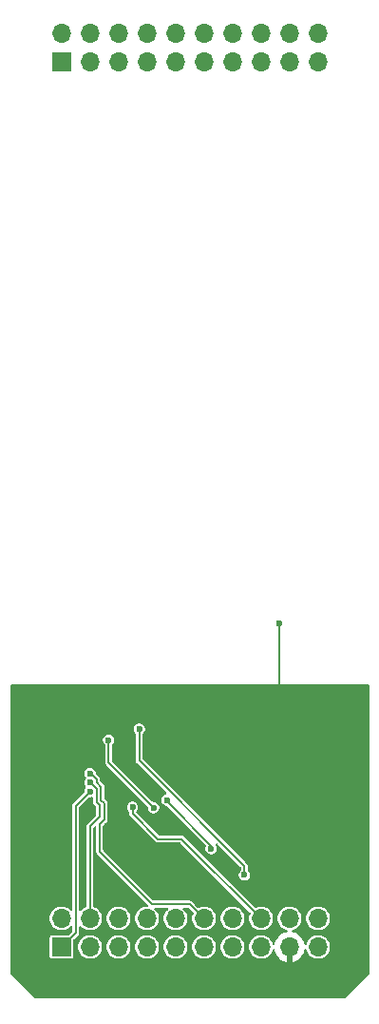
<source format=gbr>
G04 #@! TF.GenerationSoftware,KiCad,Pcbnew,9.99.0-unknown-d5f02ba7bc~182~ubuntu22.04.1*
G04 #@! TF.CreationDate,2025-03-17T15:10:36+01:00*
G04 #@! TF.ProjectId,rfid-reader,72666964-2d72-4656-9164-65722e6b6963,rev?*
G04 #@! TF.SameCoordinates,Original*
G04 #@! TF.FileFunction,Copper,L2,Bot*
G04 #@! TF.FilePolarity,Positive*
%FSLAX46Y46*%
G04 Gerber Fmt 4.6, Leading zero omitted, Abs format (unit mm)*
G04 Created by KiCad (PCBNEW 9.99.0-unknown-d5f02ba7bc~182~ubuntu22.04.1) date 2025-03-17 15:10:36*
%MOMM*%
%LPD*%
G01*
G04 APERTURE LIST*
G04 #@! TA.AperFunction,ComponentPad*
%ADD10R,1.700000X1.700000*%
G04 #@! TD*
G04 #@! TA.AperFunction,ComponentPad*
%ADD11O,1.700000X1.700000*%
G04 #@! TD*
G04 #@! TA.AperFunction,ViaPad*
%ADD12C,0.600000*%
G04 #@! TD*
G04 #@! TA.AperFunction,Conductor*
%ADD13C,0.200000*%
G04 #@! TD*
G04 APERTURE END LIST*
D10*
X81280000Y-147320000D03*
D11*
X81280000Y-144780000D03*
X83820000Y-147320000D03*
X83820000Y-144780000D03*
X86360000Y-147320000D03*
X86360000Y-144780000D03*
X88900000Y-147320000D03*
X88900000Y-144780000D03*
X91440000Y-147320000D03*
X91440000Y-144780000D03*
X93980000Y-147320000D03*
X93980000Y-144780000D03*
X96520000Y-147320000D03*
X96520000Y-144780000D03*
X99060000Y-147320000D03*
X99060000Y-144780000D03*
X101600000Y-147320000D03*
X101600000Y-144780000D03*
X104140000Y-147320000D03*
X104140000Y-144780000D03*
D10*
X81280000Y-68580000D03*
D11*
X81280000Y-66040000D03*
X83820000Y-68580000D03*
X83820000Y-66040000D03*
X86360000Y-68580000D03*
X86360000Y-66040000D03*
X88900000Y-68580000D03*
X88900000Y-66040000D03*
X91440000Y-68580000D03*
X91440000Y-66040000D03*
X93980000Y-68580000D03*
X93980000Y-66040000D03*
X96520000Y-68580000D03*
X96520000Y-66040000D03*
X99060000Y-68580000D03*
X99060000Y-66040000D03*
X101600000Y-68580000D03*
X101600000Y-66040000D03*
X104140000Y-68580000D03*
X104140000Y-66040000D03*
D12*
X90680747Y-134245595D03*
X94615000Y-138557000D03*
X97790000Y-151384000D03*
X108204000Y-130556000D03*
X104140000Y-124460000D03*
X101680000Y-140920000D03*
X77216000Y-146812000D03*
X87630000Y-151384000D03*
X85598000Y-151384000D03*
X95310000Y-131672735D03*
X84010000Y-128920000D03*
X93880000Y-130520000D03*
X85460000Y-133930000D03*
X99822000Y-151384000D03*
X89662000Y-151384000D03*
X108204000Y-142748000D03*
X100711000Y-118520000D03*
X85380000Y-136520000D03*
X108204000Y-124460000D03*
X106172000Y-124460000D03*
X81280000Y-124460000D03*
X108204000Y-134620000D03*
X98880000Y-140920000D03*
X77216000Y-140716000D03*
X86380000Y-132720000D03*
X83312000Y-124460000D03*
X83566000Y-151384000D03*
X77216000Y-134620000D03*
X90680000Y-140920000D03*
X77216000Y-128524000D03*
X81534000Y-151384000D03*
X108204000Y-144780000D03*
X84580000Y-140620000D03*
X77216000Y-142748000D03*
X86380000Y-130120000D03*
X85344000Y-124460000D03*
X77216000Y-124460000D03*
X91694000Y-151384000D03*
X89408000Y-124460000D03*
X108204000Y-136652000D03*
X88980000Y-132720000D03*
X93880000Y-140920000D03*
X96480000Y-140920000D03*
X77216000Y-144780000D03*
X108204000Y-128524000D03*
X87376000Y-124460000D03*
X79502000Y-151384000D03*
X87480000Y-130120000D03*
X95758000Y-151384000D03*
X84080000Y-135320000D03*
X77216000Y-126492000D03*
X93472000Y-124460000D03*
X77216000Y-138684000D03*
X108204000Y-148844000D03*
X108204000Y-140716000D03*
X101854000Y-151384000D03*
X95504000Y-124460000D03*
X105918000Y-151384000D03*
X77216000Y-132588000D03*
X86359000Y-126804000D03*
X89580000Y-136520000D03*
X91440000Y-124460000D03*
X108204000Y-132588000D03*
X108204000Y-146812000D03*
X108204000Y-138684000D03*
X79248000Y-124460000D03*
X89030000Y-130070000D03*
X108204000Y-126492000D03*
X77216000Y-130556000D03*
X77216000Y-136652000D03*
X93726000Y-151384000D03*
X77216000Y-148844000D03*
X89480000Y-134920000D03*
X85471000Y-128905000D03*
X87610000Y-134880000D03*
X83810000Y-131880000D03*
X97580000Y-140920000D03*
X88210000Y-127930000D03*
X83810000Y-133480006D03*
X83810000Y-132680003D03*
D13*
X90680747Y-134370804D02*
X94615000Y-138305057D01*
X94615000Y-138305057D02*
X94615000Y-138557000D01*
X90680747Y-134245595D02*
X90680747Y-134370804D01*
X100710000Y-118520000D02*
X100710000Y-124289000D01*
X85480000Y-128914000D02*
X85471000Y-128905000D01*
X85480000Y-130920000D02*
X85480000Y-128914000D01*
X89480000Y-134920000D02*
X85480000Y-130920000D01*
X89880000Y-137720000D02*
X87610000Y-135450000D01*
X87610000Y-135450000D02*
X87610000Y-134880000D01*
X92000000Y-137720000D02*
X89880000Y-137720000D01*
X99060000Y-144780000D02*
X92000000Y-137720000D01*
X85081000Y-135886100D02*
X85080000Y-135887100D01*
X84411000Y-132431060D02*
X84411000Y-132663963D01*
X84811000Y-133063963D02*
X84811000Y-134251000D01*
X92700000Y-143500000D02*
X93980000Y-144780000D01*
X85081000Y-134521000D02*
X85081000Y-135886100D01*
X84058943Y-132079003D02*
X84411000Y-132431060D01*
X84811000Y-134251000D02*
X85081000Y-134521000D01*
X84680000Y-136370057D02*
X84680000Y-138820000D01*
X85080000Y-135887100D02*
X85080000Y-135970057D01*
X85080000Y-135970057D02*
X84680000Y-136370057D01*
X89360000Y-143500000D02*
X92700000Y-143500000D01*
X83810000Y-131880000D02*
X83810000Y-132079003D01*
X84680000Y-138820000D02*
X89360000Y-143500000D01*
X83810000Y-132079003D02*
X84058943Y-132079003D01*
X84411000Y-132663963D02*
X84811000Y-133063963D01*
X97580000Y-140920000D02*
X97580000Y-140120000D01*
X88210000Y-130750000D02*
X88210000Y-127930000D01*
X97580000Y-140120000D02*
X88210000Y-130750000D01*
X83810000Y-133480006D02*
X82550000Y-134740006D01*
X82550000Y-146050000D02*
X81280000Y-147320000D01*
X82550000Y-134740006D02*
X82550000Y-146050000D01*
X84680000Y-135720000D02*
X84680000Y-134687100D01*
X83820000Y-136580000D02*
X84680000Y-135720000D01*
X84410000Y-134417100D02*
X84410000Y-133230063D01*
X83820000Y-144780000D02*
X83820000Y-136580000D01*
X83859940Y-132680003D02*
X83810000Y-132680003D01*
X84410000Y-133230063D02*
X83859940Y-132680003D01*
X84680000Y-134687100D02*
X84410000Y-134417100D01*
G04 #@! TA.AperFunction,Conductor*
G36*
X84045978Y-133954506D02*
G01*
X84093528Y-133993011D01*
X84109500Y-134046930D01*
X84109500Y-134456664D01*
X84129977Y-134533085D01*
X84129979Y-134533090D01*
X84152839Y-134572685D01*
X84152840Y-134572686D01*
X84169540Y-134601611D01*
X84350505Y-134782576D01*
X84378281Y-134837091D01*
X84379500Y-134852578D01*
X84379500Y-135554521D01*
X84360593Y-135612712D01*
X84350504Y-135624525D01*
X83635489Y-136339540D01*
X83635488Y-136339539D01*
X83579539Y-136395489D01*
X83539980Y-136464007D01*
X83539978Y-136464011D01*
X83519500Y-136540435D01*
X83519500Y-143701267D01*
X83500593Y-143759458D01*
X83458387Y-143792731D01*
X83322401Y-143849059D01*
X83150348Y-143964020D01*
X83150345Y-143964022D01*
X83150345Y-143964023D01*
X83019501Y-144094866D01*
X82964987Y-144122642D01*
X82904555Y-144113071D01*
X82861290Y-144069806D01*
X82850500Y-144024861D01*
X82850500Y-134905484D01*
X82869407Y-134847293D01*
X82879490Y-134835486D01*
X83705474Y-134009501D01*
X83759991Y-133981725D01*
X83775478Y-133980506D01*
X83875890Y-133980506D01*
X83875892Y-133980506D01*
X83984879Y-133951303D01*
X84045978Y-133954506D01*
G37*
G04 #@! TD.AperFunction*
G04 #@! TA.AperFunction,Conductor*
G36*
X108678691Y-123970907D02*
G01*
X108714655Y-124020407D01*
X108719500Y-124051000D01*
X108719500Y-149611678D01*
X108700593Y-149669869D01*
X108690504Y-149681682D01*
X106501682Y-151870504D01*
X106447165Y-151898281D01*
X106431678Y-151899500D01*
X78988322Y-151899500D01*
X78930131Y-151880593D01*
X78918318Y-151870504D01*
X76729496Y-149681682D01*
X76701719Y-149627165D01*
X76700500Y-149611678D01*
X76700500Y-144676532D01*
X80229500Y-144676532D01*
X80229500Y-144883467D01*
X80269869Y-145086418D01*
X80349058Y-145277597D01*
X80464020Y-145449651D01*
X80464023Y-145449655D01*
X80610345Y-145595977D01*
X80782402Y-145710941D01*
X80973580Y-145790130D01*
X81176535Y-145830500D01*
X81176536Y-145830500D01*
X81383464Y-145830500D01*
X81383465Y-145830500D01*
X81586420Y-145790130D01*
X81777598Y-145710941D01*
X81949655Y-145595977D01*
X82080498Y-145465133D01*
X82135013Y-145437358D01*
X82195445Y-145446929D01*
X82238710Y-145490194D01*
X82249500Y-145535139D01*
X82249500Y-145884521D01*
X82230593Y-145942712D01*
X82220504Y-145954525D01*
X81934525Y-146240504D01*
X81880008Y-146268281D01*
X81864521Y-146269500D01*
X80410252Y-146269500D01*
X80410251Y-146269500D01*
X80410241Y-146269501D01*
X80351772Y-146281132D01*
X80351766Y-146281134D01*
X80285451Y-146325445D01*
X80285445Y-146325451D01*
X80241134Y-146391766D01*
X80241132Y-146391772D01*
X80229501Y-146450241D01*
X80229500Y-146450253D01*
X80229500Y-148189746D01*
X80229501Y-148189758D01*
X80241132Y-148248227D01*
X80241134Y-148248233D01*
X80285445Y-148314548D01*
X80285448Y-148314552D01*
X80351769Y-148358867D01*
X80396231Y-148367711D01*
X80410241Y-148370498D01*
X80410246Y-148370498D01*
X80410252Y-148370500D01*
X80410253Y-148370500D01*
X82149747Y-148370500D01*
X82149748Y-148370500D01*
X82208231Y-148358867D01*
X82274552Y-148314552D01*
X82318867Y-148248231D01*
X82330500Y-148189748D01*
X82330500Y-147216532D01*
X82769500Y-147216532D01*
X82769500Y-147423467D01*
X82809869Y-147626418D01*
X82889058Y-147817597D01*
X83004020Y-147989651D01*
X83004023Y-147989655D01*
X83150345Y-148135977D01*
X83322402Y-148250941D01*
X83513580Y-148330130D01*
X83716535Y-148370500D01*
X83716536Y-148370500D01*
X83923464Y-148370500D01*
X83923465Y-148370500D01*
X84126420Y-148330130D01*
X84317598Y-148250941D01*
X84489655Y-148135977D01*
X84635977Y-147989655D01*
X84750941Y-147817598D01*
X84830130Y-147626420D01*
X84870500Y-147423465D01*
X84870500Y-147216535D01*
X84870499Y-147216532D01*
X85309500Y-147216532D01*
X85309500Y-147423467D01*
X85349869Y-147626418D01*
X85429058Y-147817597D01*
X85544020Y-147989651D01*
X85544023Y-147989655D01*
X85690345Y-148135977D01*
X85862402Y-148250941D01*
X86053580Y-148330130D01*
X86256535Y-148370500D01*
X86256536Y-148370500D01*
X86463464Y-148370500D01*
X86463465Y-148370500D01*
X86666420Y-148330130D01*
X86857598Y-148250941D01*
X87029655Y-148135977D01*
X87175977Y-147989655D01*
X87290941Y-147817598D01*
X87370130Y-147626420D01*
X87410500Y-147423465D01*
X87410500Y-147216535D01*
X87410499Y-147216532D01*
X87849500Y-147216532D01*
X87849500Y-147423467D01*
X87889869Y-147626418D01*
X87969058Y-147817597D01*
X88084020Y-147989651D01*
X88084023Y-147989655D01*
X88230345Y-148135977D01*
X88402402Y-148250941D01*
X88593580Y-148330130D01*
X88796535Y-148370500D01*
X88796536Y-148370500D01*
X89003464Y-148370500D01*
X89003465Y-148370500D01*
X89206420Y-148330130D01*
X89397598Y-148250941D01*
X89569655Y-148135977D01*
X89715977Y-147989655D01*
X89830941Y-147817598D01*
X89910130Y-147626420D01*
X89950500Y-147423465D01*
X89950500Y-147216535D01*
X89950499Y-147216532D01*
X90389500Y-147216532D01*
X90389500Y-147423467D01*
X90429869Y-147626418D01*
X90509058Y-147817597D01*
X90624020Y-147989651D01*
X90624023Y-147989655D01*
X90770345Y-148135977D01*
X90942402Y-148250941D01*
X91133580Y-148330130D01*
X91336535Y-148370500D01*
X91336536Y-148370500D01*
X91543464Y-148370500D01*
X91543465Y-148370500D01*
X91746420Y-148330130D01*
X91937598Y-148250941D01*
X92109655Y-148135977D01*
X92255977Y-147989655D01*
X92370941Y-147817598D01*
X92450130Y-147626420D01*
X92490500Y-147423465D01*
X92490500Y-147216535D01*
X92490499Y-147216532D01*
X92929500Y-147216532D01*
X92929500Y-147423467D01*
X92969869Y-147626418D01*
X93049058Y-147817597D01*
X93164020Y-147989651D01*
X93164023Y-147989655D01*
X93310345Y-148135977D01*
X93482402Y-148250941D01*
X93673580Y-148330130D01*
X93876535Y-148370500D01*
X93876536Y-148370500D01*
X94083464Y-148370500D01*
X94083465Y-148370500D01*
X94286420Y-148330130D01*
X94477598Y-148250941D01*
X94649655Y-148135977D01*
X94795977Y-147989655D01*
X94910941Y-147817598D01*
X94990130Y-147626420D01*
X95030500Y-147423465D01*
X95030500Y-147216535D01*
X95030499Y-147216532D01*
X95469500Y-147216532D01*
X95469500Y-147423467D01*
X95509869Y-147626418D01*
X95589058Y-147817597D01*
X95704020Y-147989651D01*
X95704023Y-147989655D01*
X95850345Y-148135977D01*
X96022402Y-148250941D01*
X96213580Y-148330130D01*
X96416535Y-148370500D01*
X96416536Y-148370500D01*
X96623464Y-148370500D01*
X96623465Y-148370500D01*
X96826420Y-148330130D01*
X97017598Y-148250941D01*
X97189655Y-148135977D01*
X97335977Y-147989655D01*
X97450941Y-147817598D01*
X97530130Y-147626420D01*
X97570500Y-147423465D01*
X97570500Y-147216535D01*
X97570499Y-147216532D01*
X98009500Y-147216532D01*
X98009500Y-147423467D01*
X98049869Y-147626418D01*
X98129058Y-147817597D01*
X98244020Y-147989651D01*
X98244023Y-147989655D01*
X98390345Y-148135977D01*
X98562402Y-148250941D01*
X98753580Y-148330130D01*
X98956535Y-148370500D01*
X98956536Y-148370500D01*
X99163464Y-148370500D01*
X99163465Y-148370500D01*
X99366420Y-148330130D01*
X99557598Y-148250941D01*
X99729655Y-148135977D01*
X99875977Y-147989655D01*
X99990941Y-147817598D01*
X100070130Y-147626420D01*
X100079762Y-147577996D01*
X100109656Y-147524613D01*
X100165221Y-147498996D01*
X100225231Y-147510932D01*
X100266764Y-147555861D01*
X100274640Y-147581822D01*
X100283241Y-147636122D01*
X100348904Y-147838215D01*
X100445375Y-148027552D01*
X100570277Y-148199464D01*
X100720535Y-148349722D01*
X100892447Y-148474624D01*
X101081784Y-148571095D01*
X101283877Y-148636758D01*
X101349999Y-148647231D01*
X101350000Y-148647230D01*
X101350000Y-147753012D01*
X101407007Y-147785925D01*
X101534174Y-147820000D01*
X101665826Y-147820000D01*
X101792993Y-147785925D01*
X101850000Y-147753012D01*
X101850000Y-148647231D01*
X101916122Y-148636758D01*
X102118215Y-148571095D01*
X102307552Y-148474624D01*
X102479464Y-148349722D01*
X102629722Y-148199464D01*
X102754624Y-148027552D01*
X102851095Y-147838215D01*
X102916759Y-147636121D01*
X102925359Y-147581823D01*
X102953136Y-147527307D01*
X103007653Y-147499529D01*
X103068085Y-147509100D01*
X103111349Y-147552365D01*
X103120238Y-147577996D01*
X103129869Y-147626418D01*
X103209058Y-147817597D01*
X103324020Y-147989651D01*
X103324023Y-147989655D01*
X103470345Y-148135977D01*
X103642402Y-148250941D01*
X103833580Y-148330130D01*
X104036535Y-148370500D01*
X104036536Y-148370500D01*
X104243464Y-148370500D01*
X104243465Y-148370500D01*
X104446420Y-148330130D01*
X104637598Y-148250941D01*
X104809655Y-148135977D01*
X104955977Y-147989655D01*
X105070941Y-147817598D01*
X105150130Y-147626420D01*
X105190500Y-147423465D01*
X105190500Y-147216535D01*
X105150130Y-147013580D01*
X105070941Y-146822402D01*
X104955977Y-146650345D01*
X104809655Y-146504023D01*
X104729182Y-146450253D01*
X104637597Y-146389058D01*
X104446418Y-146309869D01*
X104243467Y-146269500D01*
X104243465Y-146269500D01*
X104036535Y-146269500D01*
X104036532Y-146269500D01*
X103833581Y-146309869D01*
X103642402Y-146389058D01*
X103470348Y-146504020D01*
X103324020Y-146650348D01*
X103209058Y-146822402D01*
X103129869Y-147013581D01*
X103120238Y-147062003D01*
X103090341Y-147115387D01*
X103034776Y-147141003D01*
X102974766Y-147129066D01*
X102933234Y-147084136D01*
X102925359Y-147058176D01*
X102916759Y-147003878D01*
X102851095Y-146801784D01*
X102754624Y-146612447D01*
X102629722Y-146440535D01*
X102479464Y-146290277D01*
X102307552Y-146165375D01*
X102118215Y-146068904D01*
X101916122Y-146003241D01*
X101861822Y-145994640D01*
X101807306Y-145966862D01*
X101779529Y-145912345D01*
X101789101Y-145851913D01*
X101832366Y-145808649D01*
X101857993Y-145799762D01*
X101906420Y-145790130D01*
X102097598Y-145710941D01*
X102269655Y-145595977D01*
X102415977Y-145449655D01*
X102530941Y-145277598D01*
X102610130Y-145086420D01*
X102650500Y-144883465D01*
X102650500Y-144676535D01*
X102650499Y-144676532D01*
X103089500Y-144676532D01*
X103089500Y-144883467D01*
X103129869Y-145086418D01*
X103209058Y-145277597D01*
X103324020Y-145449651D01*
X103324023Y-145449655D01*
X103470345Y-145595977D01*
X103642402Y-145710941D01*
X103833580Y-145790130D01*
X104036535Y-145830500D01*
X104036536Y-145830500D01*
X104243464Y-145830500D01*
X104243465Y-145830500D01*
X104446420Y-145790130D01*
X104637598Y-145710941D01*
X104809655Y-145595977D01*
X104955977Y-145449655D01*
X105070941Y-145277598D01*
X105150130Y-145086420D01*
X105190500Y-144883465D01*
X105190500Y-144676535D01*
X105150130Y-144473580D01*
X105070941Y-144282402D01*
X104955977Y-144110345D01*
X104809655Y-143964023D01*
X104667303Y-143868907D01*
X104637597Y-143849058D01*
X104446418Y-143769869D01*
X104243467Y-143729500D01*
X104243465Y-143729500D01*
X104036535Y-143729500D01*
X104036532Y-143729500D01*
X103833581Y-143769869D01*
X103642402Y-143849058D01*
X103470348Y-143964020D01*
X103324020Y-144110348D01*
X103209058Y-144282402D01*
X103129869Y-144473581D01*
X103089500Y-144676532D01*
X102650499Y-144676532D01*
X102610130Y-144473580D01*
X102530941Y-144282402D01*
X102415977Y-144110345D01*
X102269655Y-143964023D01*
X102127303Y-143868907D01*
X102097597Y-143849058D01*
X101906418Y-143769869D01*
X101703467Y-143729500D01*
X101703465Y-143729500D01*
X101496535Y-143729500D01*
X101496532Y-143729500D01*
X101293581Y-143769869D01*
X101102402Y-143849058D01*
X100930348Y-143964020D01*
X100784020Y-144110348D01*
X100669058Y-144282402D01*
X100589869Y-144473581D01*
X100549500Y-144676532D01*
X100549500Y-144883467D01*
X100589869Y-145086418D01*
X100669058Y-145277597D01*
X100784020Y-145449651D01*
X100784023Y-145449655D01*
X100930345Y-145595977D01*
X101102402Y-145710941D01*
X101293580Y-145790130D01*
X101342003Y-145799762D01*
X101395386Y-145829657D01*
X101421003Y-145885221D01*
X101409067Y-145945231D01*
X101364138Y-145986765D01*
X101338177Y-145994640D01*
X101283877Y-146003241D01*
X101081784Y-146068904D01*
X100892447Y-146165375D01*
X100720535Y-146290277D01*
X100570277Y-146440535D01*
X100445375Y-146612447D01*
X100348904Y-146801784D01*
X100283241Y-147003877D01*
X100274640Y-147058177D01*
X100246862Y-147112694D01*
X100192345Y-147140470D01*
X100131913Y-147130898D01*
X100088649Y-147087633D01*
X100079762Y-147062006D01*
X100070130Y-147013580D01*
X99990941Y-146822402D01*
X99875977Y-146650345D01*
X99729655Y-146504023D01*
X99649182Y-146450253D01*
X99557597Y-146389058D01*
X99366418Y-146309869D01*
X99163467Y-146269500D01*
X99163465Y-146269500D01*
X98956535Y-146269500D01*
X98956532Y-146269500D01*
X98753581Y-146309869D01*
X98562402Y-146389058D01*
X98390348Y-146504020D01*
X98244020Y-146650348D01*
X98129058Y-146822402D01*
X98049869Y-147013581D01*
X98009500Y-147216532D01*
X97570499Y-147216532D01*
X97530130Y-147013580D01*
X97450941Y-146822402D01*
X97335977Y-146650345D01*
X97189655Y-146504023D01*
X97109182Y-146450253D01*
X97017597Y-146389058D01*
X96826418Y-146309869D01*
X96623467Y-146269500D01*
X96623465Y-146269500D01*
X96416535Y-146269500D01*
X96416532Y-146269500D01*
X96213581Y-146309869D01*
X96022402Y-146389058D01*
X95850348Y-146504020D01*
X95704020Y-146650348D01*
X95589058Y-146822402D01*
X95509869Y-147013581D01*
X95469500Y-147216532D01*
X95030499Y-147216532D01*
X94990130Y-147013580D01*
X94910941Y-146822402D01*
X94795977Y-146650345D01*
X94649655Y-146504023D01*
X94569182Y-146450253D01*
X94477597Y-146389058D01*
X94286418Y-146309869D01*
X94083467Y-146269500D01*
X94083465Y-146269500D01*
X93876535Y-146269500D01*
X93876532Y-146269500D01*
X93673581Y-146309869D01*
X93482402Y-146389058D01*
X93310348Y-146504020D01*
X93164020Y-146650348D01*
X93049058Y-146822402D01*
X92969869Y-147013581D01*
X92929500Y-147216532D01*
X92490499Y-147216532D01*
X92450130Y-147013580D01*
X92370941Y-146822402D01*
X92255977Y-146650345D01*
X92109655Y-146504023D01*
X92029182Y-146450253D01*
X91937597Y-146389058D01*
X91746418Y-146309869D01*
X91543467Y-146269500D01*
X91543465Y-146269500D01*
X91336535Y-146269500D01*
X91336532Y-146269500D01*
X91133581Y-146309869D01*
X90942402Y-146389058D01*
X90770348Y-146504020D01*
X90624020Y-146650348D01*
X90509058Y-146822402D01*
X90429869Y-147013581D01*
X90389500Y-147216532D01*
X89950499Y-147216532D01*
X89910130Y-147013580D01*
X89830941Y-146822402D01*
X89715977Y-146650345D01*
X89569655Y-146504023D01*
X89489182Y-146450253D01*
X89397597Y-146389058D01*
X89206418Y-146309869D01*
X89003467Y-146269500D01*
X89003465Y-146269500D01*
X88796535Y-146269500D01*
X88796532Y-146269500D01*
X88593581Y-146309869D01*
X88402402Y-146389058D01*
X88230348Y-146504020D01*
X88084020Y-146650348D01*
X87969058Y-146822402D01*
X87889869Y-147013581D01*
X87849500Y-147216532D01*
X87410499Y-147216532D01*
X87370130Y-147013580D01*
X87290941Y-146822402D01*
X87175977Y-146650345D01*
X87029655Y-146504023D01*
X86949182Y-146450253D01*
X86857597Y-146389058D01*
X86666418Y-146309869D01*
X86463467Y-146269500D01*
X86463465Y-146269500D01*
X86256535Y-146269500D01*
X86256532Y-146269500D01*
X86053581Y-146309869D01*
X85862402Y-146389058D01*
X85690348Y-146504020D01*
X85544020Y-146650348D01*
X85429058Y-146822402D01*
X85349869Y-147013581D01*
X85309500Y-147216532D01*
X84870499Y-147216532D01*
X84830130Y-147013580D01*
X84750941Y-146822402D01*
X84635977Y-146650345D01*
X84489655Y-146504023D01*
X84409182Y-146450253D01*
X84317597Y-146389058D01*
X84126418Y-146309869D01*
X83923467Y-146269500D01*
X83923465Y-146269500D01*
X83716535Y-146269500D01*
X83716532Y-146269500D01*
X83513581Y-146309869D01*
X83322402Y-146389058D01*
X83150348Y-146504020D01*
X83004020Y-146650348D01*
X82889058Y-146822402D01*
X82809869Y-147013581D01*
X82769500Y-147216532D01*
X82330500Y-147216532D01*
X82330500Y-146735478D01*
X82349407Y-146677287D01*
X82359490Y-146665480D01*
X82790460Y-146234511D01*
X82830021Y-146165989D01*
X82850500Y-146089562D01*
X82850500Y-145535139D01*
X82869407Y-145476948D01*
X82918907Y-145440984D01*
X82980093Y-145440984D01*
X83019501Y-145465133D01*
X83150345Y-145595977D01*
X83322402Y-145710941D01*
X83513580Y-145790130D01*
X83716535Y-145830500D01*
X83716536Y-145830500D01*
X83923464Y-145830500D01*
X83923465Y-145830500D01*
X84126420Y-145790130D01*
X84317598Y-145710941D01*
X84489655Y-145595977D01*
X84635977Y-145449655D01*
X84750941Y-145277598D01*
X84830130Y-145086420D01*
X84870500Y-144883465D01*
X84870500Y-144676535D01*
X84870499Y-144676532D01*
X85309500Y-144676532D01*
X85309500Y-144883467D01*
X85349869Y-145086418D01*
X85429058Y-145277597D01*
X85544020Y-145449651D01*
X85544023Y-145449655D01*
X85690345Y-145595977D01*
X85862402Y-145710941D01*
X86053580Y-145790130D01*
X86256535Y-145830500D01*
X86256536Y-145830500D01*
X86463464Y-145830500D01*
X86463465Y-145830500D01*
X86666420Y-145790130D01*
X86857598Y-145710941D01*
X87029655Y-145595977D01*
X87175977Y-145449655D01*
X87290941Y-145277598D01*
X87370130Y-145086420D01*
X87410500Y-144883465D01*
X87410500Y-144676535D01*
X87370130Y-144473580D01*
X87290941Y-144282402D01*
X87175977Y-144110345D01*
X87029655Y-143964023D01*
X86887303Y-143868907D01*
X86857597Y-143849058D01*
X86666418Y-143769869D01*
X86463467Y-143729500D01*
X86463465Y-143729500D01*
X86256535Y-143729500D01*
X86256532Y-143729500D01*
X86053581Y-143769869D01*
X85862402Y-143849058D01*
X85690348Y-143964020D01*
X85544020Y-144110348D01*
X85429058Y-144282402D01*
X85349869Y-144473581D01*
X85309500Y-144676532D01*
X84870499Y-144676532D01*
X84830130Y-144473580D01*
X84750941Y-144282402D01*
X84635977Y-144110345D01*
X84489655Y-143964023D01*
X84317598Y-143849059D01*
X84273993Y-143830997D01*
X84181613Y-143792731D01*
X84135088Y-143752994D01*
X84120500Y-143701267D01*
X84120500Y-136745479D01*
X84122968Y-136737881D01*
X84121719Y-136729992D01*
X84132243Y-136709336D01*
X84139407Y-136687288D01*
X84149496Y-136675475D01*
X84210496Y-136614475D01*
X84265013Y-136586698D01*
X84325445Y-136596269D01*
X84368710Y-136639534D01*
X84379500Y-136684479D01*
X84379500Y-138859564D01*
X84399978Y-138935988D01*
X84399980Y-138935992D01*
X84439538Y-139004508D01*
X84439540Y-139004511D01*
X86755529Y-141320500D01*
X88995525Y-143560496D01*
X89023302Y-143615013D01*
X89013731Y-143675445D01*
X88970466Y-143718710D01*
X88925521Y-143729500D01*
X88796532Y-143729500D01*
X88593581Y-143769869D01*
X88402402Y-143849058D01*
X88230348Y-143964020D01*
X88084020Y-144110348D01*
X87969058Y-144282402D01*
X87889869Y-144473581D01*
X87849500Y-144676532D01*
X87849500Y-144883467D01*
X87889869Y-145086418D01*
X87969058Y-145277597D01*
X88084020Y-145449651D01*
X88084023Y-145449655D01*
X88230345Y-145595977D01*
X88402402Y-145710941D01*
X88593580Y-145790130D01*
X88796535Y-145830500D01*
X88796536Y-145830500D01*
X89003464Y-145830500D01*
X89003465Y-145830500D01*
X89206420Y-145790130D01*
X89397598Y-145710941D01*
X89569655Y-145595977D01*
X89715977Y-145449655D01*
X89830941Y-145277598D01*
X89910130Y-145086420D01*
X89950500Y-144883465D01*
X89950500Y-144676535D01*
X89910130Y-144473580D01*
X89830941Y-144282402D01*
X89715977Y-144110345D01*
X89575133Y-143969501D01*
X89547358Y-143914987D01*
X89556929Y-143854555D01*
X89600194Y-143811290D01*
X89645139Y-143800500D01*
X90694861Y-143800500D01*
X90753052Y-143819407D01*
X90789016Y-143868907D01*
X90789016Y-143930093D01*
X90764866Y-143969501D01*
X90664562Y-144069806D01*
X90624020Y-144110348D01*
X90509058Y-144282402D01*
X90429869Y-144473581D01*
X90389500Y-144676532D01*
X90389500Y-144883467D01*
X90429869Y-145086418D01*
X90509058Y-145277597D01*
X90624020Y-145449651D01*
X90624023Y-145449655D01*
X90770345Y-145595977D01*
X90942402Y-145710941D01*
X91133580Y-145790130D01*
X91336535Y-145830500D01*
X91336536Y-145830500D01*
X91543464Y-145830500D01*
X91543465Y-145830500D01*
X91746420Y-145790130D01*
X91937598Y-145710941D01*
X92109655Y-145595977D01*
X92255977Y-145449655D01*
X92370941Y-145277598D01*
X92450130Y-145086420D01*
X92490500Y-144883465D01*
X92490500Y-144676535D01*
X92450130Y-144473580D01*
X92370941Y-144282402D01*
X92255977Y-144110345D01*
X92115133Y-143969501D01*
X92087358Y-143914987D01*
X92096929Y-143854555D01*
X92140194Y-143811290D01*
X92185139Y-143800500D01*
X92534521Y-143800500D01*
X92592712Y-143819407D01*
X92604525Y-143829496D01*
X93004736Y-144229707D01*
X93032513Y-144284224D01*
X93026196Y-144337596D01*
X92969870Y-144473578D01*
X92969870Y-144473580D01*
X92929500Y-144676532D01*
X92929500Y-144883467D01*
X92969869Y-145086418D01*
X93049058Y-145277597D01*
X93164020Y-145449651D01*
X93164023Y-145449655D01*
X93310345Y-145595977D01*
X93482402Y-145710941D01*
X93673580Y-145790130D01*
X93876535Y-145830500D01*
X93876536Y-145830500D01*
X94083464Y-145830500D01*
X94083465Y-145830500D01*
X94286420Y-145790130D01*
X94477598Y-145710941D01*
X94649655Y-145595977D01*
X94795977Y-145449655D01*
X94910941Y-145277598D01*
X94990130Y-145086420D01*
X95030500Y-144883465D01*
X95030500Y-144676535D01*
X95030499Y-144676532D01*
X95469500Y-144676532D01*
X95469500Y-144883467D01*
X95509869Y-145086418D01*
X95589058Y-145277597D01*
X95704020Y-145449651D01*
X95704023Y-145449655D01*
X95850345Y-145595977D01*
X96022402Y-145710941D01*
X96213580Y-145790130D01*
X96416535Y-145830500D01*
X96416536Y-145830500D01*
X96623464Y-145830500D01*
X96623465Y-145830500D01*
X96826420Y-145790130D01*
X97017598Y-145710941D01*
X97189655Y-145595977D01*
X97335977Y-145449655D01*
X97450941Y-145277598D01*
X97530130Y-145086420D01*
X97570500Y-144883465D01*
X97570500Y-144676535D01*
X97530130Y-144473580D01*
X97450941Y-144282402D01*
X97335977Y-144110345D01*
X97189655Y-143964023D01*
X97047303Y-143868907D01*
X97017597Y-143849058D01*
X96826418Y-143769869D01*
X96623467Y-143729500D01*
X96623465Y-143729500D01*
X96416535Y-143729500D01*
X96416532Y-143729500D01*
X96213581Y-143769869D01*
X96022402Y-143849058D01*
X95850348Y-143964020D01*
X95704020Y-144110348D01*
X95589058Y-144282402D01*
X95509869Y-144473581D01*
X95469500Y-144676532D01*
X95030499Y-144676532D01*
X94990130Y-144473580D01*
X94910941Y-144282402D01*
X94795977Y-144110345D01*
X94649655Y-143964023D01*
X94507303Y-143868907D01*
X94477597Y-143849058D01*
X94286418Y-143769869D01*
X94083467Y-143729500D01*
X94083465Y-143729500D01*
X93876535Y-143729500D01*
X93876532Y-143729500D01*
X93673580Y-143769870D01*
X93673578Y-143769870D01*
X93537596Y-143826196D01*
X93476600Y-143830997D01*
X93429707Y-143804736D01*
X93185467Y-143560496D01*
X92884511Y-143259540D01*
X92884508Y-143259538D01*
X92815992Y-143219980D01*
X92815988Y-143219978D01*
X92739564Y-143199500D01*
X92739562Y-143199500D01*
X89525479Y-143199500D01*
X89467288Y-143180593D01*
X89455475Y-143170504D01*
X85009496Y-138724525D01*
X84981719Y-138670008D01*
X84980500Y-138654521D01*
X84980500Y-136535535D01*
X84999407Y-136477344D01*
X85009490Y-136465537D01*
X85320460Y-136154568D01*
X85357717Y-136090036D01*
X85360021Y-136086046D01*
X85380500Y-136009619D01*
X85380500Y-135939745D01*
X85381348Y-135926817D01*
X85381500Y-135925663D01*
X85381500Y-134814108D01*
X87109500Y-134814108D01*
X87109500Y-134945892D01*
X87120218Y-134985892D01*
X87143609Y-135073190D01*
X87209496Y-135187309D01*
X87209498Y-135187311D01*
X87209500Y-135187314D01*
X87280505Y-135258319D01*
X87308281Y-135312834D01*
X87309500Y-135328321D01*
X87309500Y-135489564D01*
X87329978Y-135565988D01*
X87329979Y-135565989D01*
X87353125Y-135606079D01*
X87363774Y-135624525D01*
X87369540Y-135634511D01*
X89695489Y-137960460D01*
X89695491Y-137960461D01*
X89695493Y-137960463D01*
X89764008Y-138000020D01*
X89764006Y-138000020D01*
X89764010Y-138000021D01*
X89764012Y-138000022D01*
X89840438Y-138020500D01*
X91834521Y-138020500D01*
X91892712Y-138039407D01*
X91904525Y-138049496D01*
X98084736Y-144229707D01*
X98112513Y-144284224D01*
X98106196Y-144337596D01*
X98049870Y-144473578D01*
X98049870Y-144473580D01*
X98009500Y-144676532D01*
X98009500Y-144883467D01*
X98049869Y-145086418D01*
X98129058Y-145277597D01*
X98244020Y-145449651D01*
X98244023Y-145449655D01*
X98390345Y-145595977D01*
X98562402Y-145710941D01*
X98753580Y-145790130D01*
X98956535Y-145830500D01*
X98956536Y-145830500D01*
X99163464Y-145830500D01*
X99163465Y-145830500D01*
X99366420Y-145790130D01*
X99557598Y-145710941D01*
X99729655Y-145595977D01*
X99875977Y-145449655D01*
X99990941Y-145277598D01*
X100070130Y-145086420D01*
X100110500Y-144883465D01*
X100110500Y-144676535D01*
X100070130Y-144473580D01*
X99990941Y-144282402D01*
X99875977Y-144110345D01*
X99729655Y-143964023D01*
X99587303Y-143868907D01*
X99557597Y-143849058D01*
X99366418Y-143769869D01*
X99163467Y-143729500D01*
X99163465Y-143729500D01*
X98956535Y-143729500D01*
X98956532Y-143729500D01*
X98753580Y-143769870D01*
X98753578Y-143769870D01*
X98617596Y-143826196D01*
X98556600Y-143830997D01*
X98509707Y-143804736D01*
X95431780Y-140726809D01*
X92184511Y-137479540D01*
X92184508Y-137479538D01*
X92115992Y-137439980D01*
X92115988Y-137439978D01*
X92039564Y-137419500D01*
X92039562Y-137419500D01*
X90045479Y-137419500D01*
X89987288Y-137400593D01*
X89975475Y-137390504D01*
X87961396Y-135376425D01*
X87933619Y-135321908D01*
X87943190Y-135261476D01*
X87961393Y-135236420D01*
X88010500Y-135187314D01*
X88076392Y-135073186D01*
X88110500Y-134945892D01*
X88110500Y-134814108D01*
X88076392Y-134686814D01*
X88076390Y-134686811D01*
X88076390Y-134686809D01*
X88010503Y-134572690D01*
X88010501Y-134572688D01*
X88010500Y-134572686D01*
X87917314Y-134479500D01*
X87917311Y-134479498D01*
X87917309Y-134479496D01*
X87803189Y-134413609D01*
X87803191Y-134413609D01*
X87753799Y-134400375D01*
X87675892Y-134379500D01*
X87544108Y-134379500D01*
X87466200Y-134400375D01*
X87416809Y-134413609D01*
X87302690Y-134479496D01*
X87209496Y-134572690D01*
X87143609Y-134686809D01*
X87136863Y-134711987D01*
X87109500Y-134814108D01*
X85381500Y-134814108D01*
X85381500Y-134481439D01*
X85381500Y-134481438D01*
X85372176Y-134446640D01*
X85361022Y-134405012D01*
X85346293Y-134379500D01*
X85321463Y-134336493D01*
X85321459Y-134336488D01*
X85140496Y-134155524D01*
X85112719Y-134101008D01*
X85111500Y-134085521D01*
X85111500Y-133024400D01*
X85111499Y-133024398D01*
X85091021Y-132947974D01*
X85091019Y-132947970D01*
X85051460Y-132879452D01*
X84995511Y-132823502D01*
X84995511Y-132823503D01*
X84740496Y-132568488D01*
X84738521Y-132564612D01*
X84734828Y-132562318D01*
X84728424Y-132544795D01*
X84712719Y-132513971D01*
X84711760Y-132505648D01*
X84711500Y-132502064D01*
X84711500Y-132391498D01*
X84702932Y-132359523D01*
X84691022Y-132315072D01*
X84651460Y-132246549D01*
X84592220Y-132187309D01*
X84339496Y-131934584D01*
X84311719Y-131880068D01*
X84310500Y-131864581D01*
X84310500Y-131814109D01*
X84310500Y-131814108D01*
X84276392Y-131686814D01*
X84276390Y-131686811D01*
X84276390Y-131686809D01*
X84210503Y-131572690D01*
X84210501Y-131572688D01*
X84210500Y-131572686D01*
X84117314Y-131479500D01*
X84117311Y-131479498D01*
X84117309Y-131479496D01*
X84003189Y-131413609D01*
X84003191Y-131413609D01*
X83953799Y-131400375D01*
X83875892Y-131379500D01*
X83744108Y-131379500D01*
X83666200Y-131400375D01*
X83616809Y-131413609D01*
X83502690Y-131479496D01*
X83409496Y-131572690D01*
X83343609Y-131686809D01*
X83343608Y-131686814D01*
X83309500Y-131814108D01*
X83309500Y-131945892D01*
X83339579Y-132058151D01*
X83343609Y-132073190D01*
X83409496Y-132187309D01*
X83409498Y-132187311D01*
X83409500Y-132187314D01*
X83432185Y-132209999D01*
X83459961Y-132264514D01*
X83450390Y-132324946D01*
X83432185Y-132350003D01*
X83409499Y-132372689D01*
X83343609Y-132486812D01*
X83343608Y-132486817D01*
X83309500Y-132614111D01*
X83309500Y-132745895D01*
X83330295Y-132823502D01*
X83343609Y-132873193D01*
X83409496Y-132987312D01*
X83409498Y-132987314D01*
X83409500Y-132987317D01*
X83432185Y-133010002D01*
X83459961Y-133064517D01*
X83450390Y-133124949D01*
X83432185Y-133150006D01*
X83409499Y-133172692D01*
X83343609Y-133286815D01*
X83309500Y-133414115D01*
X83309500Y-133514526D01*
X83290593Y-133572717D01*
X83280504Y-133584530D01*
X82365489Y-134499546D01*
X82365488Y-134499545D01*
X82309539Y-134555495D01*
X82269980Y-134624013D01*
X82269978Y-134624017D01*
X82249500Y-134700441D01*
X82249500Y-144024861D01*
X82230593Y-144083052D01*
X82181093Y-144119016D01*
X82119907Y-144119016D01*
X82080498Y-144094866D01*
X81949655Y-143964023D01*
X81807303Y-143868907D01*
X81777597Y-143849058D01*
X81586418Y-143769869D01*
X81383467Y-143729500D01*
X81383465Y-143729500D01*
X81176535Y-143729500D01*
X81176532Y-143729500D01*
X80973581Y-143769869D01*
X80782402Y-143849058D01*
X80610348Y-143964020D01*
X80464020Y-144110348D01*
X80349058Y-144282402D01*
X80269869Y-144473581D01*
X80229500Y-144676532D01*
X76700500Y-144676532D01*
X76700500Y-128839108D01*
X84970500Y-128839108D01*
X84970500Y-128970892D01*
X85000579Y-129083151D01*
X85004609Y-129098190D01*
X85070496Y-129212309D01*
X85070498Y-129212311D01*
X85070500Y-129212314D01*
X85150505Y-129292319D01*
X85178281Y-129346834D01*
X85179500Y-129362321D01*
X85179500Y-130959564D01*
X85199978Y-131035986D01*
X85199979Y-131035989D01*
X85208356Y-131050498D01*
X85208356Y-131050500D01*
X85235361Y-131097273D01*
X85239540Y-131104511D01*
X88950505Y-134815476D01*
X88978281Y-134869991D01*
X88979500Y-134885478D01*
X88979500Y-134985892D01*
X89002890Y-135073186D01*
X89013609Y-135113190D01*
X89079496Y-135227309D01*
X89079498Y-135227311D01*
X89079500Y-135227314D01*
X89172686Y-135320500D01*
X89172688Y-135320501D01*
X89172690Y-135320503D01*
X89286810Y-135386390D01*
X89286808Y-135386390D01*
X89286812Y-135386391D01*
X89286814Y-135386392D01*
X89414108Y-135420500D01*
X89414110Y-135420500D01*
X89545890Y-135420500D01*
X89545892Y-135420500D01*
X89673186Y-135386392D01*
X89673188Y-135386390D01*
X89673190Y-135386390D01*
X89787309Y-135320503D01*
X89787309Y-135320502D01*
X89787314Y-135320500D01*
X89880500Y-135227314D01*
X89903594Y-135187314D01*
X89946390Y-135113190D01*
X89946390Y-135113188D01*
X89946392Y-135113186D01*
X89980500Y-134985892D01*
X89980500Y-134854108D01*
X89946392Y-134726814D01*
X89946390Y-134726811D01*
X89946390Y-134726809D01*
X89880503Y-134612690D01*
X89880501Y-134612688D01*
X89880500Y-134612686D01*
X89787314Y-134519500D01*
X89787311Y-134519498D01*
X89787309Y-134519496D01*
X89673189Y-134453609D01*
X89673191Y-134453609D01*
X89617850Y-134438781D01*
X89545892Y-134419500D01*
X89445479Y-134419500D01*
X89387288Y-134400593D01*
X89375475Y-134390504D01*
X85809496Y-130824525D01*
X85781719Y-130770008D01*
X85780500Y-130754521D01*
X85780500Y-129344321D01*
X85799407Y-129286130D01*
X85809490Y-129274323D01*
X85871500Y-129212314D01*
X85937392Y-129098186D01*
X85971500Y-128970892D01*
X85971500Y-128839108D01*
X85937392Y-128711814D01*
X85937390Y-128711811D01*
X85937390Y-128711809D01*
X85871503Y-128597690D01*
X85871501Y-128597688D01*
X85871500Y-128597686D01*
X85778314Y-128504500D01*
X85778311Y-128504498D01*
X85778309Y-128504496D01*
X85664189Y-128438609D01*
X85664191Y-128438609D01*
X85614799Y-128425375D01*
X85536892Y-128404500D01*
X85405108Y-128404500D01*
X85327200Y-128425375D01*
X85277809Y-128438609D01*
X85163690Y-128504496D01*
X85070496Y-128597690D01*
X85004609Y-128711809D01*
X85004608Y-128711814D01*
X84970500Y-128839108D01*
X76700500Y-128839108D01*
X76700500Y-127864108D01*
X87709500Y-127864108D01*
X87709500Y-127995892D01*
X87739579Y-128108151D01*
X87743609Y-128123190D01*
X87809496Y-128237309D01*
X87809498Y-128237311D01*
X87809500Y-128237314D01*
X87880505Y-128308319D01*
X87908281Y-128362834D01*
X87909500Y-128378321D01*
X87909500Y-130789564D01*
X87929978Y-130865988D01*
X87929980Y-130865992D01*
X87969538Y-130934508D01*
X87969540Y-130934511D01*
X89299543Y-132264514D01*
X90623948Y-133588919D01*
X90651725Y-133643436D01*
X90642154Y-133703868D01*
X90598889Y-133747133D01*
X90579567Y-133754550D01*
X90487561Y-133779203D01*
X90487559Y-133779203D01*
X90487555Y-133779205D01*
X90373437Y-133845091D01*
X90280243Y-133938285D01*
X90214356Y-134052404D01*
X90214355Y-134052409D01*
X90180247Y-134179703D01*
X90180247Y-134311487D01*
X90189701Y-134346770D01*
X90214356Y-134438785D01*
X90280243Y-134552904D01*
X90280245Y-134552906D01*
X90280247Y-134552909D01*
X90373433Y-134646095D01*
X90373435Y-134646096D01*
X90373437Y-134646098D01*
X90487557Y-134711985D01*
X90487555Y-134711985D01*
X90487559Y-134711986D01*
X90487561Y-134711987D01*
X90611378Y-134745163D01*
X90655757Y-134770785D01*
X94131560Y-138246588D01*
X94159337Y-138301105D01*
X94150400Y-138357530D01*
X94151092Y-138357817D01*
X94149898Y-138360697D01*
X94149766Y-138361537D01*
X94148860Y-138363203D01*
X94148609Y-138363809D01*
X94148608Y-138363814D01*
X94114500Y-138491108D01*
X94114500Y-138622892D01*
X94122975Y-138654521D01*
X94148609Y-138750190D01*
X94214496Y-138864309D01*
X94214498Y-138864311D01*
X94214500Y-138864314D01*
X94307686Y-138957500D01*
X94307688Y-138957501D01*
X94307690Y-138957503D01*
X94421810Y-139023390D01*
X94421808Y-139023390D01*
X94421812Y-139023391D01*
X94421814Y-139023392D01*
X94549108Y-139057500D01*
X94549110Y-139057500D01*
X94680890Y-139057500D01*
X94680892Y-139057500D01*
X94808186Y-139023392D01*
X94808188Y-139023390D01*
X94808190Y-139023390D01*
X94922309Y-138957503D01*
X94922309Y-138957502D01*
X94922314Y-138957500D01*
X95015500Y-138864314D01*
X95015503Y-138864309D01*
X95081390Y-138750190D01*
X95081390Y-138750188D01*
X95081392Y-138750186D01*
X95115500Y-138622892D01*
X95115500Y-138491108D01*
X95081392Y-138363814D01*
X95081390Y-138363811D01*
X95081390Y-138363809D01*
X95023737Y-138263952D01*
X95011015Y-138204104D01*
X95035901Y-138148208D01*
X95088889Y-138117615D01*
X95149740Y-138124011D01*
X95179477Y-138144448D01*
X97250504Y-140215475D01*
X97254130Y-140222592D01*
X97260593Y-140227288D01*
X97267756Y-140249336D01*
X97278281Y-140269992D01*
X97279500Y-140285479D01*
X97279500Y-140471679D01*
X97260593Y-140529870D01*
X97250509Y-140541676D01*
X97179500Y-140612686D01*
X97179497Y-140612689D01*
X97179496Y-140612690D01*
X97113609Y-140726809D01*
X97113608Y-140726814D01*
X97079500Y-140854108D01*
X97079500Y-140985892D01*
X97109579Y-141098151D01*
X97113609Y-141113190D01*
X97179496Y-141227309D01*
X97179498Y-141227311D01*
X97179500Y-141227314D01*
X97272686Y-141320500D01*
X97272688Y-141320501D01*
X97272690Y-141320503D01*
X97386810Y-141386390D01*
X97386808Y-141386390D01*
X97386812Y-141386391D01*
X97386814Y-141386392D01*
X97514108Y-141420500D01*
X97514110Y-141420500D01*
X97645890Y-141420500D01*
X97645892Y-141420500D01*
X97773186Y-141386392D01*
X97773188Y-141386390D01*
X97773190Y-141386390D01*
X97887309Y-141320503D01*
X97887309Y-141320502D01*
X97887314Y-141320500D01*
X97980500Y-141227314D01*
X98046392Y-141113186D01*
X98080500Y-140985892D01*
X98080500Y-140854108D01*
X98046392Y-140726814D01*
X98046390Y-140726811D01*
X98046390Y-140726809D01*
X97980503Y-140612690D01*
X97980501Y-140612688D01*
X97980500Y-140612686D01*
X97909494Y-140541680D01*
X97881719Y-140487166D01*
X97880500Y-140471679D01*
X97880500Y-140080437D01*
X97880499Y-140080435D01*
X97860021Y-140004011D01*
X97860019Y-140004007D01*
X97820460Y-139935489D01*
X97764511Y-139879539D01*
X97764511Y-139879540D01*
X88539496Y-130654525D01*
X88511719Y-130600008D01*
X88510500Y-130584521D01*
X88510500Y-128378321D01*
X88529407Y-128320130D01*
X88539490Y-128308323D01*
X88610500Y-128237314D01*
X88676392Y-128123186D01*
X88710500Y-127995892D01*
X88710500Y-127864108D01*
X88676392Y-127736814D01*
X88676390Y-127736811D01*
X88676390Y-127736809D01*
X88610503Y-127622690D01*
X88610501Y-127622688D01*
X88610500Y-127622686D01*
X88517314Y-127529500D01*
X88517311Y-127529498D01*
X88517309Y-127529496D01*
X88403189Y-127463609D01*
X88403191Y-127463609D01*
X88353799Y-127450375D01*
X88275892Y-127429500D01*
X88144108Y-127429500D01*
X88066200Y-127450375D01*
X88016809Y-127463609D01*
X87902690Y-127529496D01*
X87809496Y-127622690D01*
X87743609Y-127736809D01*
X87743608Y-127736814D01*
X87709500Y-127864108D01*
X76700500Y-127864108D01*
X76700500Y-124051000D01*
X76719407Y-123992809D01*
X76768907Y-123956845D01*
X76799500Y-123952000D01*
X108620500Y-123952000D01*
X108678691Y-123970907D01*
G37*
G04 #@! TD.AperFunction*
M02*

</source>
